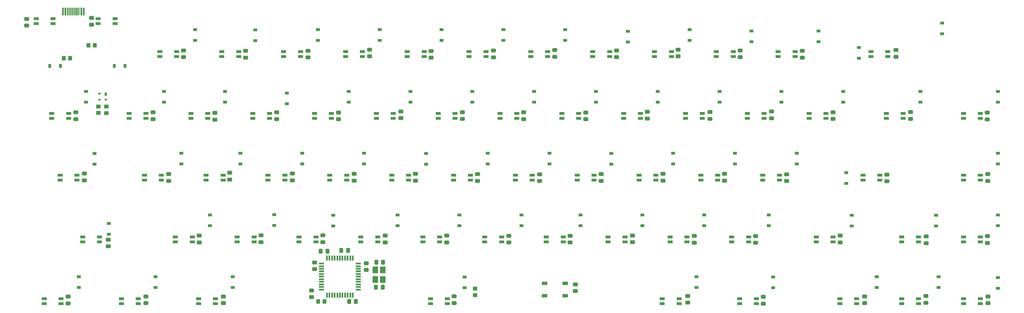
<source format=gbr>
%TF.GenerationSoftware,KiCad,Pcbnew,(6.0.8)*%
%TF.CreationDate,2023-04-08T23:36:10-04:00*%
%TF.ProjectId,keeb,6b656562-2e6b-4696-9361-645f70636258,rev?*%
%TF.SameCoordinates,Original*%
%TF.FileFunction,Paste,Bot*%
%TF.FilePolarity,Positive*%
%FSLAX46Y46*%
G04 Gerber Fmt 4.6, Leading zero omitted, Abs format (unit mm)*
G04 Created by KiCad (PCBNEW (6.0.8)) date 2023-04-08 23:36:10*
%MOMM*%
%LPD*%
G01*
G04 APERTURE LIST*
G04 Aperture macros list*
%AMRoundRect*
0 Rectangle with rounded corners*
0 $1 Rounding radius*
0 $2 $3 $4 $5 $6 $7 $8 $9 X,Y pos of 4 corners*
0 Add a 4 corners polygon primitive as box body*
4,1,4,$2,$3,$4,$5,$6,$7,$8,$9,$2,$3,0*
0 Add four circle primitives for the rounded corners*
1,1,$1+$1,$2,$3*
1,1,$1+$1,$4,$5*
1,1,$1+$1,$6,$7*
1,1,$1+$1,$8,$9*
0 Add four rect primitives between the rounded corners*
20,1,$1+$1,$2,$3,$4,$5,0*
20,1,$1+$1,$4,$5,$6,$7,0*
20,1,$1+$1,$6,$7,$8,$9,0*
20,1,$1+$1,$8,$9,$2,$3,0*%
G04 Aperture macros list end*
%ADD10R,1.700000X1.000000*%
%ADD11RoundRect,0.250000X-0.475000X0.337500X-0.475000X-0.337500X0.475000X-0.337500X0.475000X0.337500X0*%
%ADD12RoundRect,0.082000X0.718000X-0.328000X0.718000X0.328000X-0.718000X0.328000X-0.718000X-0.328000X0*%
%ADD13RoundRect,0.082000X-0.718000X0.328000X-0.718000X-0.328000X0.718000X-0.328000X0.718000X0.328000X0*%
%ADD14R,1.200000X0.900000*%
%ADD15RoundRect,0.250000X-0.350000X-0.450000X0.350000X-0.450000X0.350000X0.450000X-0.350000X0.450000X0*%
%ADD16RoundRect,0.250000X0.475000X-0.337500X0.475000X0.337500X-0.475000X0.337500X-0.475000X-0.337500X0*%
%ADD17RoundRect,0.250000X0.337500X0.475000X-0.337500X0.475000X-0.337500X-0.475000X0.337500X-0.475000X0*%
%ADD18RoundRect,0.250000X-0.450000X0.350000X-0.450000X-0.350000X0.450000X-0.350000X0.450000X0.350000X0*%
%ADD19R,0.700000X1.000000*%
%ADD20R,0.700000X0.600000*%
%ADD21RoundRect,0.250000X0.350000X0.450000X-0.350000X0.450000X-0.350000X-0.450000X0.350000X-0.450000X0*%
%ADD22R,0.900000X1.200000*%
%ADD23R,0.550000X1.500000*%
%ADD24R,1.500000X0.550000*%
%ADD25R,0.600000X2.450000*%
%ADD26R,0.300000X2.450000*%
%ADD27RoundRect,0.250000X-0.337500X-0.475000X0.337500X-0.475000X0.337500X0.475000X-0.337500X0.475000X0*%
%ADD28R,1.800000X2.100000*%
G04 APERTURE END LIST*
D10*
%TO.C,SW1*%
X231800000Y-156700000D03*
X225500000Y-156700000D03*
X225500000Y-160500000D03*
X231800000Y-160500000D03*
%TD*%
D11*
%TO.C,C30*%
X257150000Y-105875000D03*
X257150000Y-103800000D03*
%TD*%
D12*
%TO.C,D56*%
X288350000Y-143942500D03*
X288350000Y-142442500D03*
X283150000Y-142442500D03*
X283150000Y-143942500D03*
%TD*%
%TO.C,D36*%
X164491000Y-124892500D03*
X164491000Y-123392500D03*
X159291000Y-123392500D03*
X159291000Y-124892500D03*
%TD*%
%TO.C,D20*%
X140712500Y-105842500D03*
X140712500Y-104342500D03*
X135512500Y-104342500D03*
X135512500Y-105842500D03*
%TD*%
%TO.C,D42*%
X278825000Y-124892500D03*
X278825000Y-123392500D03*
X273625000Y-123392500D03*
X273625000Y-124892500D03*
%TD*%
%TO.C,D24*%
X216912500Y-105842500D03*
X216912500Y-104342500D03*
X211712500Y-104342500D03*
X211712500Y-105842500D03*
%TD*%
%TO.C,D33*%
X107375000Y-124892500D03*
X107375000Y-123392500D03*
X102175000Y-123392500D03*
X102175000Y-124892500D03*
%TD*%
%TO.C,D46*%
X88325000Y-143942500D03*
X88325000Y-142442500D03*
X83125000Y-142442500D03*
X83125000Y-143942500D03*
%TD*%
%TO.C,D68*%
X359787500Y-162992500D03*
X359787500Y-161492500D03*
X354587500Y-161492500D03*
X354587500Y-162992500D03*
%TD*%
%TO.C,D43*%
X297875000Y-124892500D03*
X297875000Y-123392500D03*
X292675000Y-123392500D03*
X292675000Y-124892500D03*
%TD*%
%TO.C,D55*%
X269327305Y-143942500D03*
X269327305Y-142442500D03*
X264127305Y-142442500D03*
X264127305Y-143942500D03*
%TD*%
%TO.C,D37*%
X183575000Y-124892500D03*
X183575000Y-123392500D03*
X178375000Y-123392500D03*
X178375000Y-124892500D03*
%TD*%
%TO.C,D58*%
X340737500Y-143942500D03*
X340737500Y-142442500D03*
X335537500Y-142442500D03*
X335537500Y-143942500D03*
%TD*%
%TO.C,D25*%
X235977250Y-105842500D03*
X235977250Y-104342500D03*
X230777250Y-104342500D03*
X230777250Y-105842500D03*
%TD*%
%TO.C,D61*%
X100246000Y-162992500D03*
X100246000Y-161492500D03*
X95046000Y-161492500D03*
X95046000Y-162992500D03*
%TD*%
%TO.C,D5*%
X131202250Y-86792500D03*
X131202250Y-85292500D03*
X126002250Y-85292500D03*
X126002250Y-86792500D03*
%TD*%
%TO.C,D34*%
X126391000Y-124892500D03*
X126391000Y-123392500D03*
X121191000Y-123392500D03*
X121191000Y-124892500D03*
%TD*%
%TO.C,D31*%
X359787500Y-105842500D03*
X359787500Y-104342500D03*
X354587500Y-104342500D03*
X354587500Y-105842500D03*
%TD*%
%TO.C,D10*%
X226437500Y-86792500D03*
X226437500Y-85292500D03*
X221237500Y-85292500D03*
X221237500Y-86792500D03*
%TD*%
%TO.C,D44*%
X328797250Y-124892500D03*
X328797250Y-123392500D03*
X323597250Y-123392500D03*
X323597250Y-124892500D03*
%TD*%
%TO.C,D19*%
X121677250Y-105842500D03*
X121677250Y-104342500D03*
X116477250Y-104342500D03*
X116477250Y-105842500D03*
%TD*%
%TO.C,D48*%
X135964750Y-143942500D03*
X135964750Y-142442500D03*
X130764750Y-142442500D03*
X130764750Y-143942500D03*
%TD*%
%TO.C,D47*%
X116914750Y-143942500D03*
X116914750Y-142442500D03*
X111714750Y-142442500D03*
X111714750Y-143942500D03*
%TD*%
%TO.C,D66*%
X321687500Y-162992500D03*
X321687500Y-161492500D03*
X316487500Y-161492500D03*
X316487500Y-162992500D03*
%TD*%
%TO.C,D41*%
X259775000Y-124892500D03*
X259775000Y-123392500D03*
X254575000Y-123392500D03*
X254575000Y-124892500D03*
%TD*%
D13*
%TO.C,D2*%
X68837500Y-75132500D03*
X68837500Y-76632500D03*
X74037500Y-76632500D03*
X74037500Y-75132500D03*
%TD*%
D12*
%TO.C,D53*%
X231200000Y-143942500D03*
X231200000Y-142442500D03*
X226000000Y-142442500D03*
X226000000Y-143942500D03*
%TD*%
%TO.C,D21*%
X159777250Y-105842500D03*
X159777250Y-104342500D03*
X154577250Y-104342500D03*
X154577250Y-105842500D03*
%TD*%
%TO.C,D63*%
X195496007Y-162992500D03*
X195496007Y-161492500D03*
X190296007Y-161492500D03*
X190296007Y-162992500D03*
%TD*%
%TO.C,D6*%
X150252250Y-86792500D03*
X150252250Y-85292500D03*
X145052250Y-85292500D03*
X145052250Y-86792500D03*
%TD*%
%TO.C,D18*%
X102627250Y-105842500D03*
X102627250Y-104342500D03*
X97427250Y-104342500D03*
X97427250Y-105842500D03*
%TD*%
%TO.C,D54*%
X250250000Y-143942500D03*
X250250000Y-142442500D03*
X245050000Y-142442500D03*
X245050000Y-143942500D03*
%TD*%
%TO.C,D32*%
X81403500Y-124892500D03*
X81403500Y-123392500D03*
X76203500Y-123392500D03*
X76203500Y-124892500D03*
%TD*%
%TO.C,D27*%
X274062500Y-105842500D03*
X274062500Y-104342500D03*
X268862500Y-104342500D03*
X268862500Y-105842500D03*
%TD*%
%TO.C,D12*%
X264552250Y-86792500D03*
X264552250Y-85292500D03*
X259352250Y-85292500D03*
X259352250Y-86792500D03*
%TD*%
%TO.C,D30*%
X335989750Y-105842500D03*
X335989750Y-104342500D03*
X330789750Y-104342500D03*
X330789750Y-105842500D03*
%TD*%
%TO.C,D22*%
X178812500Y-105842500D03*
X178812500Y-104342500D03*
X173612500Y-104342500D03*
X173612500Y-105842500D03*
%TD*%
%TO.C,D50*%
X174050000Y-143942500D03*
X174050000Y-142442500D03*
X168850000Y-142442500D03*
X168850000Y-143942500D03*
%TD*%
%TO.C,D62*%
X124058500Y-162992500D03*
X124058500Y-161492500D03*
X118858500Y-161492500D03*
X118858500Y-162992500D03*
%TD*%
D13*
%TO.C,D3*%
X87902250Y-75132500D03*
X87902250Y-76632500D03*
X93102250Y-76632500D03*
X93102250Y-75132500D03*
%TD*%
D12*
%TO.C,D11*%
X245502250Y-86792500D03*
X245502250Y-85292500D03*
X240302250Y-85292500D03*
X240302250Y-86792500D03*
%TD*%
%TO.C,D26*%
X255012500Y-105842500D03*
X255012500Y-104342500D03*
X249812500Y-104342500D03*
X249812500Y-105842500D03*
%TD*%
%TO.C,D35*%
X145441000Y-124892500D03*
X145441000Y-123392500D03*
X140241000Y-123392500D03*
X140241000Y-124892500D03*
%TD*%
%TO.C,D14*%
X302652250Y-86792500D03*
X302652250Y-85292500D03*
X297452250Y-85292500D03*
X297452250Y-86792500D03*
%TD*%
%TO.C,D4*%
X112137500Y-86792500D03*
X112137500Y-85292500D03*
X106937500Y-85292500D03*
X106937500Y-86792500D03*
%TD*%
%TO.C,D57*%
X314363555Y-143942500D03*
X314363555Y-142442500D03*
X309163555Y-142442500D03*
X309163555Y-143942500D03*
%TD*%
%TO.C,D28*%
X293112500Y-105842500D03*
X293112500Y-104342500D03*
X287912500Y-104342500D03*
X287912500Y-105842500D03*
%TD*%
%TO.C,D59*%
X359787500Y-143942500D03*
X359787500Y-142442500D03*
X354587500Y-142442500D03*
X354587500Y-143942500D03*
%TD*%
%TO.C,D38*%
X202625000Y-124892500D03*
X202625000Y-123392500D03*
X197425000Y-123392500D03*
X197425000Y-124892500D03*
%TD*%
%TO.C,D67*%
X340737500Y-162992500D03*
X340737500Y-161492500D03*
X335537500Y-161492500D03*
X335537500Y-162992500D03*
%TD*%
%TO.C,D15*%
X331212500Y-86792500D03*
X331212500Y-85292500D03*
X326012500Y-85292500D03*
X326012500Y-86792500D03*
%TD*%
%TO.C,D64*%
X266918750Y-162992500D03*
X266918750Y-161492500D03*
X261718750Y-161492500D03*
X261718750Y-162992500D03*
%TD*%
%TO.C,D9*%
X207402250Y-86792500D03*
X207402250Y-85292500D03*
X202202250Y-85292500D03*
X202202250Y-86792500D03*
%TD*%
%TO.C,D29*%
X312162500Y-105842500D03*
X312162500Y-104342500D03*
X306962500Y-104342500D03*
X306962500Y-105842500D03*
%TD*%
%TO.C,D23*%
X197862500Y-105842500D03*
X197862500Y-104342500D03*
X192662500Y-104342500D03*
X192662500Y-105842500D03*
%TD*%
%TO.C,D52*%
X212223805Y-143942500D03*
X212223805Y-142442500D03*
X207023805Y-142442500D03*
X207023805Y-143942500D03*
%TD*%
%TO.C,D8*%
X188352250Y-86792500D03*
X188352250Y-85292500D03*
X183152250Y-85292500D03*
X183152250Y-86792500D03*
%TD*%
%TO.C,D49*%
X155000000Y-143942500D03*
X155000000Y-142442500D03*
X149800000Y-142442500D03*
X149800000Y-143942500D03*
%TD*%
%TO.C,D51*%
X193127305Y-143942500D03*
X193127305Y-142442500D03*
X187927305Y-142442500D03*
X187927305Y-143942500D03*
%TD*%
%TO.C,D65*%
X290746000Y-162992500D03*
X290746000Y-161492500D03*
X285546000Y-161492500D03*
X285546000Y-162992500D03*
%TD*%
%TO.C,D60*%
X76493250Y-162992500D03*
X76493250Y-161492500D03*
X71293250Y-161492500D03*
X71293250Y-162992500D03*
%TD*%
%TO.C,D13*%
X283617000Y-86792500D03*
X283617000Y-85292500D03*
X278417000Y-85292500D03*
X278417000Y-86792500D03*
%TD*%
%TO.C,D39*%
X221675000Y-124892500D03*
X221675000Y-123392500D03*
X216475000Y-123392500D03*
X216475000Y-124892500D03*
%TD*%
%TO.C,D7*%
X169334000Y-86792500D03*
X169334000Y-85292500D03*
X164134000Y-85292500D03*
X164134000Y-86792500D03*
%TD*%
%TO.C,D40*%
X240725000Y-124892500D03*
X240725000Y-123392500D03*
X235525000Y-123392500D03*
X235525000Y-124892500D03*
%TD*%
%TO.C,D45*%
X359787500Y-124892500D03*
X359787500Y-123392500D03*
X354587500Y-123392500D03*
X354587500Y-124892500D03*
%TD*%
%TO.C,D17*%
X78814750Y-105842500D03*
X78814750Y-104342500D03*
X73614750Y-104342500D03*
X73614750Y-105842500D03*
%TD*%
D11*
%TO.C,C18*%
X138050000Y-141937500D03*
X138050000Y-144012500D03*
%TD*%
D14*
%TO.C,D128*%
X169828500Y-119856250D03*
X169828500Y-116556250D03*
%TD*%
D15*
%TO.C,R6*%
X155672996Y-162309750D03*
X157672996Y-162309750D03*
%TD*%
D11*
%TO.C,C43*%
X247660000Y-84910000D03*
X247660000Y-86985000D03*
%TD*%
D14*
%TO.C,D100*%
X193689750Y-81818750D03*
X193689750Y-78518750D03*
%TD*%
D16*
%TO.C,C15*%
X85850000Y-76925000D03*
X85850000Y-74850000D03*
%TD*%
D14*
%TO.C,D138*%
X91150000Y-141550000D03*
X91150000Y-138250000D03*
%TD*%
D11*
%TO.C,C62*%
X102650000Y-160750000D03*
X102650000Y-162825000D03*
%TD*%
D14*
%TO.C,D140*%
X142153555Y-138887500D03*
X142153555Y-135587500D03*
%TD*%
D11*
%TO.C,C42*%
X204800000Y-123050000D03*
X204800000Y-125125000D03*
%TD*%
D14*
%TO.C,D117*%
X241314750Y-100868750D03*
X241314750Y-97568750D03*
%TD*%
D11*
%TO.C,C60*%
X119050000Y-142000000D03*
X119050000Y-144075000D03*
%TD*%
%TO.C,C35*%
X316550000Y-142000000D03*
X316550000Y-144075000D03*
%TD*%
%TO.C,C33*%
X343050000Y-142250000D03*
X343050000Y-144325000D03*
%TD*%
D15*
%TO.C,R4*%
X77278500Y-87312500D03*
X79278500Y-87312500D03*
%TD*%
D11*
%TO.C,C59*%
X276400000Y-103900000D03*
X276400000Y-105975000D03*
%TD*%
D14*
%TO.C,D121*%
X317514750Y-100868750D03*
X317514750Y-97568750D03*
%TD*%
%TO.C,D134*%
X284128500Y-119918750D03*
X284128500Y-116618750D03*
%TD*%
D11*
%TO.C,C44*%
X142950000Y-104000000D03*
X142950000Y-106075000D03*
%TD*%
D14*
%TO.C,D124*%
X86741000Y-119981250D03*
X86741000Y-116681250D03*
%TD*%
D11*
%TO.C,C14*%
X324100000Y-160750000D03*
X324100000Y-162825000D03*
%TD*%
D14*
%TO.C,D125*%
X113521000Y-119918750D03*
X113521000Y-116618750D03*
%TD*%
%TO.C,D150*%
X346102305Y-139031250D03*
X346102305Y-135731250D03*
%TD*%
D17*
%TO.C,C8*%
X158573167Y-146842664D03*
X156498167Y-146842664D03*
%TD*%
D11*
%TO.C,C22*%
X361900000Y-104062500D03*
X361900000Y-106137500D03*
%TD*%
%TO.C,C10*%
X104850000Y-103975000D03*
X104850000Y-106050000D03*
%TD*%
%TO.C,C65*%
X285710000Y-84882500D03*
X285710000Y-86957500D03*
%TD*%
D14*
%TO.C,D97*%
X136317500Y-81881250D03*
X136317500Y-78581250D03*
%TD*%
%TO.C,D151*%
X365152305Y-138968750D03*
X365152305Y-135668750D03*
%TD*%
%TO.C,D112*%
X146064750Y-101312500D03*
X146064750Y-98012500D03*
%TD*%
%TO.C,D131*%
X226978500Y-119918750D03*
X226978500Y-116618750D03*
%TD*%
D11*
%TO.C,C66*%
X83610000Y-122850000D03*
X83610000Y-124925000D03*
%TD*%
%TO.C,C11*%
X362000000Y-123050000D03*
X362000000Y-125125000D03*
%TD*%
%TO.C,C64*%
X181150000Y-103712500D03*
X181150000Y-105787500D03*
%TD*%
D16*
%TO.C,C20*%
X65896000Y-77237500D03*
X65896000Y-75162500D03*
%TD*%
D14*
%TO.C,D149*%
X320113805Y-139031250D03*
X320113805Y-135731250D03*
%TD*%
%TO.C,D118*%
X260364750Y-100868750D03*
X260364750Y-97568750D03*
%TD*%
D11*
%TO.C,C32*%
X343000000Y-160612500D03*
X343000000Y-162687500D03*
%TD*%
D14*
%TO.C,D155*%
X200833500Y-158081250D03*
X200833500Y-154781250D03*
%TD*%
%TO.C,D107*%
X309880625Y-82200000D03*
X309880625Y-78900000D03*
%TD*%
%TO.C,D110*%
X108218750Y-100868750D03*
X108218750Y-97568750D03*
%TD*%
D11*
%TO.C,C28*%
X280900000Y-122950000D03*
X280900000Y-125025000D03*
%TD*%
%TO.C,C52*%
X300050000Y-123062500D03*
X300050000Y-125137500D03*
%TD*%
%TO.C,C16*%
X223950000Y-123062500D03*
X223950000Y-125137500D03*
%TD*%
%TO.C,C34*%
X123830000Y-104142500D03*
X123830000Y-106217500D03*
%TD*%
D18*
%TO.C,R2*%
X90450000Y-102200000D03*
X90450000Y-104200000D03*
%TD*%
D14*
%TO.C,D106*%
X289243125Y-82200000D03*
X289243125Y-78900000D03*
%TD*%
D11*
%TO.C,C9*%
X126450000Y-160762500D03*
X126450000Y-162837500D03*
%TD*%
%TO.C,C54*%
X81050000Y-104000000D03*
X81050000Y-106075000D03*
%TD*%
D14*
%TO.C,D104*%
X251143125Y-82262500D03*
X251143125Y-78962500D03*
%TD*%
D19*
%TO.C,D1*%
X90273167Y-98391464D03*
D20*
X90273167Y-100091464D03*
X88273167Y-100091464D03*
X88273167Y-98191464D03*
%TD*%
D11*
%TO.C,C6*%
X170500000Y-150502500D03*
X170500000Y-152577500D03*
%TD*%
D14*
%TO.C,D148*%
X294555055Y-138968750D03*
X294555055Y-135668750D03*
%TD*%
D11*
%TO.C,C41*%
X78650000Y-160800000D03*
X78650000Y-162875000D03*
%TD*%
D21*
%TO.C,R3*%
X86891917Y-83343750D03*
X84891917Y-83343750D03*
%TD*%
D14*
%TO.C,D130*%
X207928500Y-119918750D03*
X207928500Y-116618750D03*
%TD*%
%TO.C,D98*%
X155589750Y-81818750D03*
X155589750Y-78518750D03*
%TD*%
D22*
%TO.C,D94*%
X76277250Y-89693750D03*
X72977250Y-89693750D03*
%TD*%
D17*
%TO.C,C2*%
X175710667Y-150216464D03*
X173635667Y-150216464D03*
%TD*%
D16*
%TO.C,C23*%
X234950000Y-159125000D03*
X234950000Y-157050000D03*
%TD*%
D23*
%TO.C,U1*%
X158392750Y-148933500D03*
X159192750Y-148933500D03*
X159992750Y-148933500D03*
X160792750Y-148933500D03*
X161592750Y-148933500D03*
X162392750Y-148933500D03*
X163192750Y-148933500D03*
X163992750Y-148933500D03*
X164792750Y-148933500D03*
X165592750Y-148933500D03*
X166392750Y-148933500D03*
D24*
X168092750Y-150633500D03*
X168092750Y-151433500D03*
X168092750Y-152233500D03*
X168092750Y-153033500D03*
X168092750Y-153833500D03*
X168092750Y-154633500D03*
X168092750Y-155433500D03*
X168092750Y-156233500D03*
X168092750Y-157033500D03*
X168092750Y-157833500D03*
X168092750Y-158633500D03*
D23*
X166392750Y-160333500D03*
X165592750Y-160333500D03*
X164792750Y-160333500D03*
X163992750Y-160333500D03*
X163192750Y-160333500D03*
X162392750Y-160333500D03*
X161592750Y-160333500D03*
X160792750Y-160333500D03*
X159992750Y-160333500D03*
X159192750Y-160333500D03*
X158392750Y-160333500D03*
D24*
X156692750Y-158633500D03*
X156692750Y-157833500D03*
X156692750Y-157033500D03*
X156692750Y-156233500D03*
X156692750Y-155433500D03*
X156692750Y-154633500D03*
X156692750Y-153833500D03*
X156692750Y-153033500D03*
X156692750Y-152233500D03*
X156692750Y-151433500D03*
X156692750Y-150633500D03*
%TD*%
D11*
%TO.C,C61*%
X271600000Y-142100000D03*
X271600000Y-144175000D03*
%TD*%
%TO.C,C17*%
X91000000Y-143250000D03*
X91000000Y-145325000D03*
%TD*%
D14*
%TO.C,D119*%
X279414750Y-100868750D03*
X279414750Y-97568750D03*
%TD*%
D11*
%TO.C,C48*%
X157100000Y-141942500D03*
X157100000Y-144017500D03*
%TD*%
D14*
%TO.C,D147*%
X274664805Y-138968750D03*
X274664805Y-135668750D03*
%TD*%
%TO.C,D129*%
X188978500Y-119981250D03*
X188978500Y-116681250D03*
%TD*%
%TO.C,D156*%
X272271000Y-158018750D03*
X272271000Y-154718750D03*
%TD*%
D11*
%TO.C,C53*%
X362100000Y-160750000D03*
X362100000Y-162825000D03*
%TD*%
D14*
%TO.C,D116*%
X222264750Y-100868750D03*
X222264750Y-97568750D03*
%TD*%
D25*
%TO.C,USB1*%
X83462330Y-72865635D03*
X82687330Y-72865635D03*
D26*
X81987330Y-72865635D03*
X81487330Y-72865635D03*
X80987330Y-72865635D03*
X80487330Y-72865635D03*
X79987330Y-72865635D03*
X79487330Y-72865635D03*
X78987330Y-72865635D03*
X78487330Y-72865635D03*
D25*
X77787330Y-72865635D03*
X77012330Y-72865635D03*
%TD*%
D14*
%TO.C,D127*%
X150778500Y-119918750D03*
X150778500Y-116618750D03*
%TD*%
%TO.C,D102*%
X231789750Y-81818750D03*
X231789750Y-78518750D03*
%TD*%
%TO.C,D146*%
X255614805Y-138968750D03*
X255614805Y-135668750D03*
%TD*%
%TO.C,D135*%
X303178500Y-119918750D03*
X303178500Y-116618750D03*
%TD*%
D11*
%TO.C,C55*%
X190530000Y-85050000D03*
X190530000Y-87125000D03*
%TD*%
D14*
%TO.C,D120*%
X298464750Y-100868750D03*
X298464750Y-97568750D03*
%TD*%
D11*
%TO.C,C45*%
X171510000Y-84650000D03*
X171510000Y-86725000D03*
%TD*%
D14*
%TO.C,D141*%
X160364805Y-139031250D03*
X160364805Y-135731250D03*
%TD*%
D11*
%TO.C,C5*%
X153704246Y-158891000D03*
X153704246Y-160966000D03*
%TD*%
%TO.C,C51*%
X290500000Y-142150000D03*
X290500000Y-144225000D03*
%TD*%
D14*
%TO.C,D123*%
X365139750Y-100868750D03*
X365139750Y-97568750D03*
%TD*%
D11*
%TO.C,C7*%
X154563867Y-150247714D03*
X154563867Y-152322714D03*
%TD*%
D14*
%TO.C,D136*%
X318410000Y-125870000D03*
X318410000Y-122570000D03*
%TD*%
%TO.C,D160*%
X365125000Y-158240000D03*
X365125000Y-154940000D03*
%TD*%
%TO.C,D137*%
X365137500Y-119918750D03*
X365137500Y-116618750D03*
%TD*%
D11*
%TO.C,C47*%
X292850000Y-160900000D03*
X292850000Y-162975000D03*
%TD*%
D22*
%TO.C,D95*%
X96183500Y-89693750D03*
X92883500Y-89693750D03*
%TD*%
D11*
%TO.C,C40*%
X333750000Y-84760000D03*
X333750000Y-86835000D03*
%TD*%
%TO.C,C75*%
X338250000Y-103925000D03*
X338250000Y-106000000D03*
%TD*%
%TO.C,C72*%
X109600000Y-123050000D03*
X109600000Y-125125000D03*
%TD*%
D14*
%TO.C,D144*%
X218355055Y-138968750D03*
X218355055Y-135668750D03*
%TD*%
%TO.C,D133*%
X265078500Y-119918750D03*
X265078500Y-116618750D03*
%TD*%
D11*
%TO.C,C67*%
X233300000Y-142050000D03*
X233300000Y-144125000D03*
%TD*%
%TO.C,C26*%
X176400000Y-142000000D03*
X176400000Y-144075000D03*
%TD*%
%TO.C,C19*%
X261950000Y-122950000D03*
X261950000Y-125025000D03*
%TD*%
%TO.C,C24*%
X152540000Y-84970000D03*
X152540000Y-87045000D03*
%TD*%
%TO.C,C25*%
X197600000Y-160712500D03*
X197600000Y-162787500D03*
%TD*%
%TO.C,C21*%
X162000000Y-104050000D03*
X162000000Y-106125000D03*
%TD*%
D14*
%TO.C,D152*%
X81993250Y-158018750D03*
X81993250Y-154718750D03*
%TD*%
D11*
%TO.C,C63*%
X209680000Y-84950000D03*
X209680000Y-87025000D03*
%TD*%
%TO.C,C56*%
X295400000Y-103750000D03*
X295400000Y-105825000D03*
%TD*%
D14*
%TO.C,D157*%
X295876000Y-158081250D03*
X295876000Y-154781250D03*
%TD*%
%TO.C,D158*%
X327818750Y-158018750D03*
X327818750Y-154718750D03*
%TD*%
%TO.C,D145*%
X236564805Y-138968750D03*
X236564805Y-135668750D03*
%TD*%
%TO.C,D111*%
X127014750Y-100868750D03*
X127014750Y-97568750D03*
%TD*%
D27*
%TO.C,C3*%
X162816417Y-146563264D03*
X164891417Y-146563264D03*
%TD*%
D11*
%TO.C,C74*%
X238200000Y-104050000D03*
X238200000Y-106125000D03*
%TD*%
%TO.C,C58*%
X228630000Y-84790000D03*
X228630000Y-86865000D03*
%TD*%
%TO.C,C69*%
X242900000Y-123050000D03*
X242900000Y-125125000D03*
%TD*%
D14*
%TO.C,D122*%
X341327250Y-100868750D03*
X341327250Y-97568750D03*
%TD*%
D11*
%TO.C,C57*%
X166750000Y-122975000D03*
X166750000Y-125050000D03*
%TD*%
%TO.C,C46*%
X214450000Y-142050000D03*
X214450000Y-144125000D03*
%TD*%
D14*
%TO.C,D126*%
X131728500Y-119918750D03*
X131728500Y-116618750D03*
%TD*%
%TO.C,D153*%
X105583500Y-158018750D03*
X105583500Y-154718750D03*
%TD*%
%TO.C,D142*%
X180208555Y-138968750D03*
X180208555Y-135668750D03*
%TD*%
%TO.C,D96*%
X117793125Y-81818750D03*
X117793125Y-78518750D03*
%TD*%
D18*
%TO.C,R1*%
X88000000Y-102150000D03*
X88000000Y-104150000D03*
%TD*%
D11*
%TO.C,C50*%
X304900000Y-85040000D03*
X304900000Y-87115000D03*
%TD*%
D14*
%TO.C,D99*%
X174639750Y-81818750D03*
X174639750Y-78518750D03*
%TD*%
D11*
%TO.C,C13*%
X200150000Y-103962500D03*
X200150000Y-106037500D03*
%TD*%
D14*
%TO.C,D159*%
X346868750Y-158018750D03*
X346868750Y-154718750D03*
%TD*%
%TO.C,D143*%
X199258555Y-138968750D03*
X199258555Y-135668750D03*
%TD*%
D11*
%TO.C,C39*%
X252550000Y-141975000D03*
X252550000Y-144050000D03*
%TD*%
D27*
%TO.C,C4*%
X165250917Y-162320000D03*
X167325917Y-162320000D03*
%TD*%
D11*
%TO.C,C37*%
X133370000Y-85040000D03*
X133370000Y-87115000D03*
%TD*%
D14*
%TO.C,D114*%
X184164750Y-100868750D03*
X184164750Y-97568750D03*
%TD*%
D11*
%TO.C,C31*%
X269550000Y-160600000D03*
X269550000Y-162675000D03*
%TD*%
%TO.C,C12*%
X331000000Y-123162500D03*
X331000000Y-125237500D03*
%TD*%
D18*
%TO.C,R5*%
X204008500Y-158337500D03*
X204008500Y-160337500D03*
%TD*%
D27*
%TO.C,C1*%
X173494667Y-157899964D03*
X175569667Y-157899964D03*
%TD*%
D14*
%TO.C,D139*%
X122360680Y-138968750D03*
X122360680Y-135668750D03*
%TD*%
%TO.C,D103*%
X347980000Y-79755000D03*
X347980000Y-76455000D03*
%TD*%
%TO.C,D101*%
X212739750Y-81818750D03*
X212739750Y-78518750D03*
%TD*%
D28*
%TO.C,Y1*%
X173269667Y-155497714D03*
X173269667Y-152597714D03*
X175569667Y-152597714D03*
X175569667Y-155497714D03*
%TD*%
D14*
%TO.C,D105*%
X270193125Y-81818750D03*
X270193125Y-78518750D03*
%TD*%
D11*
%TO.C,C70*%
X361950000Y-142162500D03*
X361950000Y-144237500D03*
%TD*%
D14*
%TO.C,D132*%
X246028500Y-119981250D03*
X246028500Y-116681250D03*
%TD*%
%TO.C,D115*%
X203214750Y-100868750D03*
X203214750Y-97568750D03*
%TD*%
%TO.C,D113*%
X165114750Y-100868750D03*
X165114750Y-97568750D03*
%TD*%
D11*
%TO.C,C71*%
X147700000Y-122875000D03*
X147700000Y-124950000D03*
%TD*%
%TO.C,C38*%
X314350000Y-103950000D03*
X314350000Y-106025000D03*
%TD*%
D14*
%TO.C,D108*%
X322292000Y-87312500D03*
X322292000Y-84012500D03*
%TD*%
D11*
%TO.C,C68*%
X128450000Y-122612500D03*
X128450000Y-124687500D03*
%TD*%
D14*
%TO.C,D109*%
X84152250Y-100868750D03*
X84152250Y-97568750D03*
%TD*%
D11*
%TO.C,C73*%
X195350000Y-142012500D03*
X195350000Y-144087500D03*
%TD*%
%TO.C,C49*%
X114200000Y-84902500D03*
X114200000Y-86977500D03*
%TD*%
D14*
%TO.C,D154*%
X129396000Y-157956250D03*
X129396000Y-154656250D03*
%TD*%
D11*
%TO.C,C36*%
X219050000Y-104000000D03*
X219050000Y-106075000D03*
%TD*%
%TO.C,C29*%
X266630000Y-84642500D03*
X266630000Y-86717500D03*
%TD*%
%TO.C,C27*%
X185650000Y-122975000D03*
X185650000Y-125050000D03*
%TD*%
M02*

</source>
